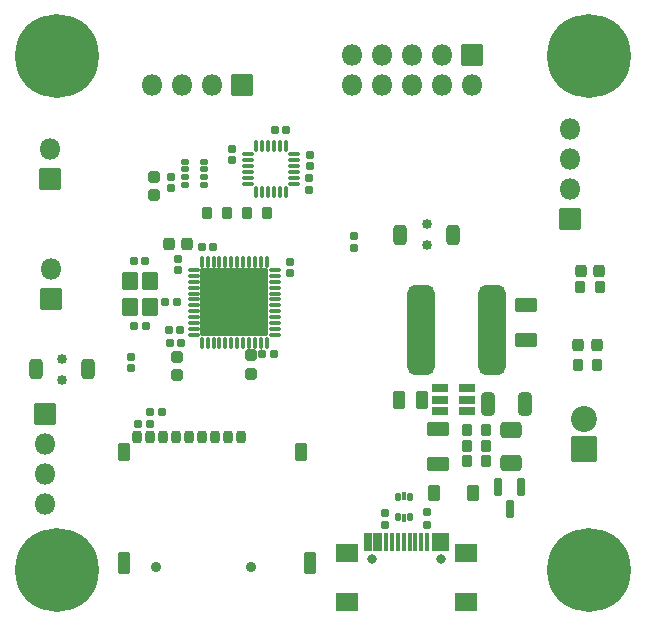
<source format=gbr>
%TF.GenerationSoftware,KiCad,Pcbnew,(6.0.7)*%
%TF.CreationDate,2022-09-16T23:20:04-07:00*%
%TF.ProjectId,All-in-one,416c6c2d-696e-42d6-9f6e-652e6b696361,rev?*%
%TF.SameCoordinates,Original*%
%TF.FileFunction,Soldermask,Top*%
%TF.FilePolarity,Negative*%
%FSLAX46Y46*%
G04 Gerber Fmt 4.6, Leading zero omitted, Abs format (unit mm)*
G04 Created by KiCad (PCBNEW (6.0.7)) date 2022-09-16 23:20:04*
%MOMM*%
%LPD*%
G01*
G04 APERTURE LIST*
G04 Aperture macros list*
%AMRoundRect*
0 Rectangle with rounded corners*
0 $1 Rounding radius*
0 $2 $3 $4 $5 $6 $7 $8 $9 X,Y pos of 4 corners*
0 Add a 4 corners polygon primitive as box body*
4,1,4,$2,$3,$4,$5,$6,$7,$8,$9,$2,$3,0*
0 Add four circle primitives for the rounded corners*
1,1,$1+$1,$2,$3*
1,1,$1+$1,$4,$5*
1,1,$1+$1,$6,$7*
1,1,$1+$1,$8,$9*
0 Add four rect primitives between the rounded corners*
20,1,$1+$1,$2,$3,$4,$5,0*
20,1,$1+$1,$4,$5,$6,$7,0*
20,1,$1+$1,$6,$7,$8,$9,0*
20,1,$1+$1,$8,$9,$2,$3,0*%
G04 Aperture macros list end*
%ADD10RoundRect,0.050000X-0.900000X-0.725000X0.900000X-0.725000X0.900000X0.725000X-0.900000X0.725000X0*%
%ADD11RoundRect,0.050000X-0.150000X-0.725000X0.150000X-0.725000X0.150000X0.725000X-0.150000X0.725000X0*%
%ADD12RoundRect,0.050000X-0.300000X-0.725000X0.300000X-0.725000X0.300000X0.725000X-0.300000X0.725000X0*%
%ADD13C,0.800000*%
%ADD14RoundRect,0.185000X-0.135000X-0.185000X0.135000X-0.185000X0.135000X0.185000X-0.135000X0.185000X0*%
%ADD15RoundRect,0.300000X0.625000X-0.375000X0.625000X0.375000X-0.625000X0.375000X-0.625000X-0.375000X0*%
%ADD16RoundRect,0.250000X0.200000X0.275000X-0.200000X0.275000X-0.200000X-0.275000X0.200000X-0.275000X0*%
%ADD17RoundRect,0.250000X-0.200000X-0.275000X0.200000X-0.275000X0.200000X0.275000X-0.200000X0.275000X0*%
%ADD18C,0.900000*%
%ADD19C,7.100000*%
%ADD20RoundRect,0.050000X-0.600000X0.700000X-0.600000X-0.700000X0.600000X-0.700000X0.600000X0.700000X0*%
%ADD21RoundRect,0.050000X0.187500X-0.250000X0.187500X0.250000X-0.187500X0.250000X-0.187500X-0.250000X0*%
%ADD22RoundRect,0.050000X0.150000X-0.325000X0.150000X0.325000X-0.150000X0.325000X-0.150000X-0.325000X0*%
%ADD23RoundRect,0.300000X0.275000X0.700000X-0.275000X0.700000X-0.275000X-0.700000X0.275000X-0.700000X0*%
%ADD24RoundRect,0.185000X0.135000X0.185000X-0.135000X0.185000X-0.135000X-0.185000X0.135000X-0.185000X0*%
%ADD25C,0.850000*%
%ADD26RoundRect,0.312500X-0.262500X-0.537500X0.262500X-0.537500X0.262500X0.537500X-0.262500X0.537500X0*%
%ADD27RoundRect,0.190000X-0.170000X0.140000X-0.170000X-0.140000X0.170000X-0.140000X0.170000X0.140000X0*%
%ADD28RoundRect,0.185000X-0.185000X0.135000X-0.185000X-0.135000X0.185000X-0.135000X0.185000X0.135000X0*%
%ADD29RoundRect,0.190000X0.170000X-0.140000X0.170000X0.140000X-0.170000X0.140000X-0.170000X-0.140000X0*%
%ADD30RoundRect,0.190000X-0.140000X-0.170000X0.140000X-0.170000X0.140000X0.170000X-0.140000X0.170000X0*%
%ADD31O,1.800000X1.800000*%
%ADD32RoundRect,0.050000X0.850000X0.850000X-0.850000X0.850000X-0.850000X-0.850000X0.850000X-0.850000X0*%
%ADD33RoundRect,0.200000X-0.150000X0.587500X-0.150000X-0.587500X0.150000X-0.587500X0.150000X0.587500X0*%
%ADD34RoundRect,0.197500X-0.147500X-0.172500X0.147500X-0.172500X0.147500X0.172500X-0.147500X0.172500X0*%
%ADD35RoundRect,0.312500X0.262500X0.537500X-0.262500X0.537500X-0.262500X-0.537500X0.262500X-0.537500X0*%
%ADD36RoundRect,0.125000X0.075000X-0.350000X0.075000X0.350000X-0.075000X0.350000X-0.075000X-0.350000X0*%
%ADD37RoundRect,0.125000X0.350000X0.075000X-0.350000X0.075000X-0.350000X-0.075000X0.350000X-0.075000X0*%
%ADD38RoundRect,0.050000X-0.850000X0.850000X-0.850000X-0.850000X0.850000X-0.850000X0.850000X0.850000X0*%
%ADD39RoundRect,0.275000X0.225000X0.250000X-0.225000X0.250000X-0.225000X-0.250000X0.225000X-0.250000X0*%
%ADD40RoundRect,0.300000X0.250000X0.475000X-0.250000X0.475000X-0.250000X-0.475000X0.250000X-0.475000X0*%
%ADD41RoundRect,0.275000X-0.250000X0.225000X-0.250000X-0.225000X0.250000X-0.225000X0.250000X0.225000X0*%
%ADD42RoundRect,0.190000X0.140000X0.170000X-0.140000X0.170000X-0.140000X-0.170000X0.140000X-0.170000X0*%
%ADD43RoundRect,0.050000X-0.250000X-0.175000X0.250000X-0.175000X0.250000X0.175000X-0.250000X0.175000X0*%
%ADD44RoundRect,0.268750X0.218750X0.256250X-0.218750X0.256250X-0.218750X-0.256250X0.218750X-0.256250X0*%
%ADD45RoundRect,0.225000X-0.175000X-0.325000X0.175000X-0.325000X0.175000X0.325000X-0.175000X0.325000X0*%
%ADD46RoundRect,0.300000X-0.250000X-0.500000X0.250000X-0.500000X0.250000X0.500000X-0.250000X0.500000X0*%
%ADD47RoundRect,0.300000X-0.250000X-0.650000X0.250000X-0.650000X0.250000X0.650000X-0.250000X0.650000X0*%
%ADD48RoundRect,0.300000X0.650000X-0.325000X0.650000X0.325000X-0.650000X0.325000X-0.650000X-0.325000X0*%
%ADD49RoundRect,0.185000X0.185000X-0.135000X0.185000X0.135000X-0.185000X0.135000X-0.185000X-0.135000X0*%
%ADD50RoundRect,0.200000X-0.512500X-0.150000X0.512500X-0.150000X0.512500X0.150000X-0.512500X0.150000X0*%
%ADD51RoundRect,0.050000X-0.850000X-0.850000X0.850000X-0.850000X0.850000X0.850000X-0.850000X0.850000X0*%
%ADD52RoundRect,0.050000X1.050000X-1.050000X1.050000X1.050000X-1.050000X1.050000X-1.050000X-1.050000X0*%
%ADD53C,2.200000*%
%ADD54RoundRect,0.300000X-0.650000X0.325000X-0.650000X-0.325000X0.650000X-0.325000X0.650000X0.325000X0*%
%ADD55RoundRect,0.050000X0.450000X0.600000X-0.450000X0.600000X-0.450000X-0.600000X0.450000X-0.600000X0*%
%ADD56RoundRect,0.600000X-0.550000X-3.200000X0.550000X-3.200000X0.550000X3.200000X-0.550000X3.200000X0*%
%ADD57RoundRect,0.112500X-0.375000X-0.062500X0.375000X-0.062500X0.375000X0.062500X-0.375000X0.062500X0*%
%ADD58RoundRect,0.112500X-0.062500X-0.375000X0.062500X-0.375000X0.062500X0.375000X-0.062500X0.375000X0*%
%ADD59RoundRect,0.050000X-2.800000X-2.800000X2.800000X-2.800000X2.800000X2.800000X-2.800000X2.800000X0*%
G04 APERTURE END LIST*
D10*
%TO.C,J3*%
X51000000Y-62515000D03*
X51000000Y-66695000D03*
X61140000Y-62515000D03*
X61140000Y-66695000D03*
D11*
X54820000Y-61600000D03*
X55320000Y-61600000D03*
X56320000Y-61600000D03*
X57320000Y-61600000D03*
D12*
X58520000Y-61600000D03*
D11*
X57820000Y-61600000D03*
X56820000Y-61600000D03*
X55820000Y-61600000D03*
X54320000Y-61600000D03*
D12*
X53620000Y-61600000D03*
X52845000Y-61600000D03*
X59295000Y-61600000D03*
D13*
X53180000Y-63045000D03*
X58960000Y-63045000D03*
%TD*%
D14*
%TO.C,R11*%
X33290000Y-51650000D03*
X34310000Y-51650000D03*
%TD*%
D15*
%TO.C,F1*%
X64932500Y-54970000D03*
X64932500Y-52170000D03*
%TD*%
D16*
%TO.C,R3*%
X61175000Y-54800000D03*
X62825000Y-54800000D03*
%TD*%
D17*
%TO.C,R2*%
X61175000Y-53500000D03*
X62825000Y-53500000D03*
%TD*%
%TO.C,R1*%
X61175000Y-52100000D03*
X62825000Y-52100000D03*
%TD*%
D16*
%TO.C,R7*%
X72425000Y-40000000D03*
X70775000Y-40000000D03*
%TD*%
D18*
%TO.C,H4*%
X26500000Y-23125000D03*
X29125000Y-20500000D03*
D19*
X26500000Y-20500000D03*
D18*
X26500000Y-17875000D03*
X24643845Y-22356155D03*
X24643845Y-18643845D03*
X28356155Y-22356155D03*
X23875000Y-20500000D03*
X28356155Y-18643845D03*
%TD*%
D20*
%TO.C,Y1*%
X32650000Y-39500000D03*
X32650000Y-41700000D03*
X34350000Y-41700000D03*
X34350000Y-39500000D03*
%TD*%
D21*
%TO.C,U5*%
X55302500Y-59500000D03*
D22*
X55840000Y-59575000D03*
D21*
X56377500Y-59500000D03*
X56377500Y-57800000D03*
D22*
X55840000Y-57725000D03*
D21*
X55302500Y-57800000D03*
%TD*%
D23*
%TO.C,FB1*%
X66075000Y-49900000D03*
X62925000Y-49900000D03*
%TD*%
D24*
%TO.C,R6*%
X36610000Y-41300000D03*
X35590000Y-41300000D03*
%TD*%
D17*
%TO.C,R10*%
X42575000Y-33800000D03*
X44225000Y-33800000D03*
%TD*%
D25*
%TO.C,SW1*%
X26900000Y-47900000D03*
X26900000Y-46100000D03*
D26*
X24675000Y-47000000D03*
X29125000Y-47000000D03*
%TD*%
D27*
%TO.C,C10*%
X46200000Y-37920000D03*
X46200000Y-38880000D03*
%TD*%
D24*
%TO.C,R8*%
X35360000Y-50650000D03*
X34340000Y-50650000D03*
%TD*%
D28*
%TO.C,R5*%
X51600000Y-36710000D03*
X51600000Y-35690000D03*
%TD*%
D29*
%TO.C,C19*%
X47900000Y-29780000D03*
X47900000Y-28820000D03*
%TD*%
D30*
%TO.C,C12*%
X32990000Y-37800000D03*
X33950000Y-37800000D03*
%TD*%
D31*
%TO.C,J9*%
X69900000Y-26680000D03*
X69900000Y-29220000D03*
X69900000Y-31760000D03*
D32*
X69900000Y-34300000D03*
%TD*%
D33*
%TO.C,Q1*%
X65750000Y-56962500D03*
X63850000Y-56962500D03*
X64800000Y-58837500D03*
%TD*%
D34*
%TO.C,L2*%
X36015000Y-44750000D03*
X36985000Y-44750000D03*
%TD*%
D25*
%TO.C,SW2*%
X57775000Y-34700000D03*
X57775000Y-36500000D03*
D35*
X60000000Y-35600000D03*
X55550000Y-35600000D03*
%TD*%
D36*
%TO.C,U4*%
X43325000Y-32000000D03*
X43825000Y-32000000D03*
X44325000Y-32000000D03*
X44825000Y-32000000D03*
X45325000Y-32000000D03*
X45825000Y-32000000D03*
D37*
X46525000Y-31300000D03*
X46525000Y-30800000D03*
X46525000Y-30300000D03*
X46525000Y-29800000D03*
X46525000Y-29300000D03*
X46525000Y-28800000D03*
D36*
X45825000Y-28100000D03*
X45325000Y-28100000D03*
X44825000Y-28100000D03*
X44325000Y-28100000D03*
X43825000Y-28100000D03*
X43325000Y-28100000D03*
D37*
X42625000Y-28800000D03*
X42625000Y-29300000D03*
X42625000Y-29800000D03*
X42625000Y-30300000D03*
X42625000Y-30800000D03*
X42625000Y-31300000D03*
%TD*%
D31*
%TO.C,J6*%
X51440000Y-22965000D03*
X51440000Y-20425000D03*
X53980000Y-22965000D03*
X53980000Y-20425000D03*
X56520000Y-22965000D03*
X56520000Y-20425000D03*
X59060000Y-22965000D03*
X59060000Y-20425000D03*
X61600000Y-22965000D03*
D38*
X61600000Y-20425000D03*
%TD*%
D39*
%TO.C,C7*%
X37475000Y-36400000D03*
X35925000Y-36400000D03*
%TD*%
D32*
%TO.C,J8*%
X26000000Y-41060000D03*
D31*
X26000000Y-38520000D03*
%TD*%
D40*
%TO.C,C2*%
X57350000Y-49600000D03*
X55450000Y-49600000D03*
%TD*%
D41*
%TO.C,C14*%
X42900000Y-45825000D03*
X42900000Y-47375000D03*
%TD*%
D42*
%TO.C,C9*%
X44830000Y-45700000D03*
X43870000Y-45700000D03*
%TD*%
D30*
%TO.C,C11*%
X38720000Y-36600000D03*
X39680000Y-36600000D03*
%TD*%
D18*
%TO.C,H3*%
X74125000Y-64000000D03*
X73356155Y-65856155D03*
X69643845Y-62143845D03*
X73356155Y-62143845D03*
X68875000Y-64000000D03*
X71500000Y-66625000D03*
X69643845Y-65856155D03*
X71500000Y-61375000D03*
D19*
X71500000Y-64000000D03*
%TD*%
D41*
%TO.C,C15*%
X34700000Y-30725000D03*
X34700000Y-32275000D03*
%TD*%
%TO.C,C5*%
X36600000Y-45925000D03*
X36600000Y-47475000D03*
%TD*%
D16*
%TO.C,R4*%
X72200000Y-46600000D03*
X70550000Y-46600000D03*
%TD*%
%TO.C,R9*%
X40825000Y-33800000D03*
X39175000Y-33800000D03*
%TD*%
D27*
%TO.C,C16*%
X36100000Y-30720000D03*
X36100000Y-31680000D03*
%TD*%
D42*
%TO.C,C18*%
X45880000Y-26700000D03*
X44920000Y-26700000D03*
%TD*%
D43*
%TO.C,U3*%
X38900000Y-29425000D03*
X38900000Y-30075000D03*
X38900000Y-30725000D03*
X38900000Y-31375000D03*
X37300000Y-31375000D03*
X37300000Y-30725000D03*
X37300000Y-30075000D03*
X37300000Y-29425000D03*
%TD*%
D44*
%TO.C,D2*%
X72152500Y-44980000D03*
X70577500Y-44980000D03*
%TD*%
D18*
%TO.C,J2*%
X34890000Y-63707879D03*
X42890000Y-63707879D03*
D45*
X42040000Y-52723637D03*
X40940000Y-52707879D03*
X39840000Y-52692121D03*
X38740000Y-52707879D03*
X37640000Y-52707879D03*
X36540000Y-52707879D03*
X35440000Y-52707879D03*
X34340000Y-52707879D03*
X33240000Y-52707879D03*
D46*
X32140000Y-53957879D03*
D47*
X47860000Y-63407879D03*
X32140000Y-63407879D03*
D46*
X47090000Y-53957879D03*
%TD*%
D48*
%TO.C,C3*%
X66200000Y-44475000D03*
X66200000Y-41525000D03*
%TD*%
D27*
%TO.C,C17*%
X47850000Y-30840000D03*
X47850000Y-31800000D03*
%TD*%
D49*
%TO.C,R13*%
X54260000Y-60160000D03*
X54260000Y-59140000D03*
%TD*%
D50*
%TO.C,U1*%
X58895000Y-48620000D03*
X58895000Y-49570000D03*
X58895000Y-50520000D03*
X61170000Y-50520000D03*
X61170000Y-49570000D03*
X61170000Y-48620000D03*
%TD*%
D44*
%TO.C,D3*%
X72387500Y-38700000D03*
X70812500Y-38700000D03*
%TD*%
D51*
%TO.C,J5*%
X25450000Y-50800000D03*
D31*
X25450000Y-53340000D03*
X25450000Y-55880000D03*
X25450000Y-58420000D03*
%TD*%
D32*
%TO.C,J7*%
X25900000Y-30875000D03*
D31*
X25900000Y-28335000D03*
%TD*%
D42*
%TO.C,C6*%
X36880000Y-43700000D03*
X35920000Y-43700000D03*
%TD*%
%TO.C,C13*%
X33980000Y-43300000D03*
X33020000Y-43300000D03*
%TD*%
D29*
%TO.C,C20*%
X41300000Y-29280000D03*
X41300000Y-28320000D03*
%TD*%
D31*
%TO.C,J4*%
X34480000Y-22900000D03*
X37020000Y-22900000D03*
X39560000Y-22900000D03*
D38*
X42100000Y-22900000D03*
%TD*%
D18*
%TO.C,H1*%
X68875000Y-20500000D03*
X71500000Y-23125000D03*
D19*
X71500000Y-20500000D03*
D18*
X69643845Y-22356155D03*
X73356155Y-18643845D03*
X73356155Y-22356155D03*
X71500000Y-17875000D03*
X74125000Y-20500000D03*
X69643845Y-18643845D03*
%TD*%
D52*
%TO.C,J1*%
X71100000Y-53769999D03*
D53*
X71100000Y-51229999D03*
%TD*%
D54*
%TO.C,C1*%
X58700000Y-52025000D03*
X58700000Y-54975000D03*
%TD*%
D18*
%TO.C,H2*%
X26500000Y-66625000D03*
X28356155Y-62143845D03*
X24643845Y-65856155D03*
X26500000Y-61375000D03*
X28356155Y-65856155D03*
X24643845Y-62143845D03*
X29125000Y-64000000D03*
X23875000Y-64000000D03*
D19*
X26500000Y-64000000D03*
%TD*%
D49*
%TO.C,R12*%
X57770000Y-60140000D03*
X57770000Y-59120000D03*
%TD*%
D55*
%TO.C,D1*%
X61720000Y-57475000D03*
X58420000Y-57475000D03*
%TD*%
D29*
%TO.C,C4*%
X32700000Y-46880000D03*
X32700000Y-45920000D03*
%TD*%
%TO.C,C8*%
X36700000Y-38590000D03*
X36700000Y-37630000D03*
%TD*%
D56*
%TO.C,L1*%
X57300000Y-43700000D03*
X63300000Y-43700000D03*
%TD*%
D57*
%TO.C,U2*%
X38037500Y-38580000D03*
X38037500Y-39080000D03*
X38037500Y-39580000D03*
X38037500Y-40080000D03*
X38037500Y-40580000D03*
X38037500Y-41080000D03*
X38037500Y-41580000D03*
X38037500Y-42080000D03*
X38037500Y-42580000D03*
X38037500Y-43080000D03*
X38037500Y-43580000D03*
X38037500Y-44080000D03*
D58*
X38725000Y-44767500D03*
X39225000Y-44767500D03*
X39725000Y-44767500D03*
X40225000Y-44767500D03*
X40725000Y-44767500D03*
X41225000Y-44767500D03*
X41725000Y-44767500D03*
X42225000Y-44767500D03*
X42725000Y-44767500D03*
X43225000Y-44767500D03*
X43725000Y-44767500D03*
X44225000Y-44767500D03*
D57*
X44912500Y-44080000D03*
X44912500Y-43580000D03*
X44912500Y-43080000D03*
X44912500Y-42580000D03*
X44912500Y-42080000D03*
X44912500Y-41580000D03*
X44912500Y-41080000D03*
X44912500Y-40580000D03*
X44912500Y-40080000D03*
X44912500Y-39580000D03*
X44912500Y-39080000D03*
X44912500Y-38580000D03*
D58*
X44225000Y-37892500D03*
X43725000Y-37892500D03*
X43225000Y-37892500D03*
X42725000Y-37892500D03*
X42225000Y-37892500D03*
X41725000Y-37892500D03*
X41225000Y-37892500D03*
X40725000Y-37892500D03*
X40225000Y-37892500D03*
X39725000Y-37892500D03*
X39225000Y-37892500D03*
X38725000Y-37892500D03*
D59*
X41475000Y-41330000D03*
%TD*%
G36*
X58867651Y-60855943D02*
G01*
X58898168Y-60876333D01*
X58934294Y-60869147D01*
X58946995Y-60856446D01*
X58948927Y-60855928D01*
X58950341Y-60857342D01*
X58950371Y-60858250D01*
X58947000Y-60875199D01*
X58947000Y-62324801D01*
X58950422Y-62342004D01*
X58949779Y-62343898D01*
X58947817Y-62344288D01*
X58947349Y-62344057D01*
X58916832Y-62323667D01*
X58880706Y-62330853D01*
X58868005Y-62343554D01*
X58866073Y-62344072D01*
X58864659Y-62342658D01*
X58864629Y-62341750D01*
X58868000Y-62324801D01*
X58868000Y-60875199D01*
X58864578Y-60857996D01*
X58865221Y-60856102D01*
X58867183Y-60855712D01*
X58867651Y-60855943D01*
G37*
G36*
X53192651Y-60855943D02*
G01*
X53223168Y-60876333D01*
X53259294Y-60869147D01*
X53271995Y-60856446D01*
X53273927Y-60855928D01*
X53275341Y-60857342D01*
X53275371Y-60858250D01*
X53272000Y-60875199D01*
X53272000Y-62324801D01*
X53275422Y-62342004D01*
X53274779Y-62343898D01*
X53272817Y-62344288D01*
X53272349Y-62344057D01*
X53241832Y-62323667D01*
X53205706Y-62330853D01*
X53193005Y-62343554D01*
X53191073Y-62344072D01*
X53189659Y-62342658D01*
X53189629Y-62341750D01*
X53193000Y-62324801D01*
X53193000Y-60875199D01*
X53189578Y-60857996D01*
X53190221Y-60856102D01*
X53192183Y-60855712D01*
X53192651Y-60855943D01*
G37*
G36*
X43829597Y-45245606D02*
G01*
X43829987Y-45247568D01*
X43829204Y-45248588D01*
X43827283Y-45249872D01*
X43806705Y-45280671D01*
X43813848Y-45316579D01*
X43844562Y-45337100D01*
X43853806Y-45338010D01*
X43855432Y-45339174D01*
X43855236Y-45341165D01*
X43853610Y-45342000D01*
X43730199Y-45342000D01*
X43670783Y-45353819D01*
X43668889Y-45353176D01*
X43668499Y-45351214D01*
X43669282Y-45350194D01*
X43698324Y-45330789D01*
X43705466Y-45294880D01*
X43685003Y-45264256D01*
X43667722Y-45257099D01*
X43667034Y-45256962D01*
X43665530Y-45255643D01*
X43665920Y-45253681D01*
X43667424Y-45253000D01*
X43787301Y-45253000D01*
X43827703Y-45244963D01*
X43829597Y-45245606D01*
G37*
G36*
X43110394Y-45237981D02*
G01*
X43120227Y-45244551D01*
X43162699Y-45253000D01*
X43274695Y-45253000D01*
X43276427Y-45254000D01*
X43276427Y-45256000D01*
X43275460Y-45256848D01*
X43240873Y-45271174D01*
X43226863Y-45304998D01*
X43240967Y-45339050D01*
X43245313Y-45342093D01*
X43246158Y-45343905D01*
X43245011Y-45345544D01*
X43243776Y-45345693D01*
X43149801Y-45327000D01*
X43073931Y-45327000D01*
X43072199Y-45326000D01*
X43072199Y-45324000D01*
X43073166Y-45323152D01*
X43107755Y-45308824D01*
X43121765Y-45275001D01*
X43107437Y-45240411D01*
X43107670Y-45240315D01*
X43107351Y-45239126D01*
X43108765Y-45237712D01*
X43110394Y-45237981D01*
G37*
G36*
X42848891Y-45235386D02*
G01*
X42848558Y-45236628D01*
X42829153Y-45265671D01*
X42836296Y-45301579D01*
X42867010Y-45322100D01*
X42876254Y-45323010D01*
X42877880Y-45324174D01*
X42877684Y-45326165D01*
X42876058Y-45327000D01*
X42650199Y-45327000D01*
X42564445Y-45344057D01*
X42562551Y-45343414D01*
X42562161Y-45341452D01*
X42563210Y-45340282D01*
X42579196Y-45332828D01*
X42579780Y-45332658D01*
X42592324Y-45331007D01*
X42624401Y-45312486D01*
X42633867Y-45277159D01*
X42613761Y-45244827D01*
X42613695Y-45242828D01*
X42615394Y-45241772D01*
X42616570Y-45242108D01*
X42620227Y-45244551D01*
X42662699Y-45253000D01*
X42787301Y-45253000D01*
X42829773Y-45244551D01*
X42845784Y-45233854D01*
X42847780Y-45233723D01*
X42848891Y-45235386D01*
G37*
M02*

</source>
